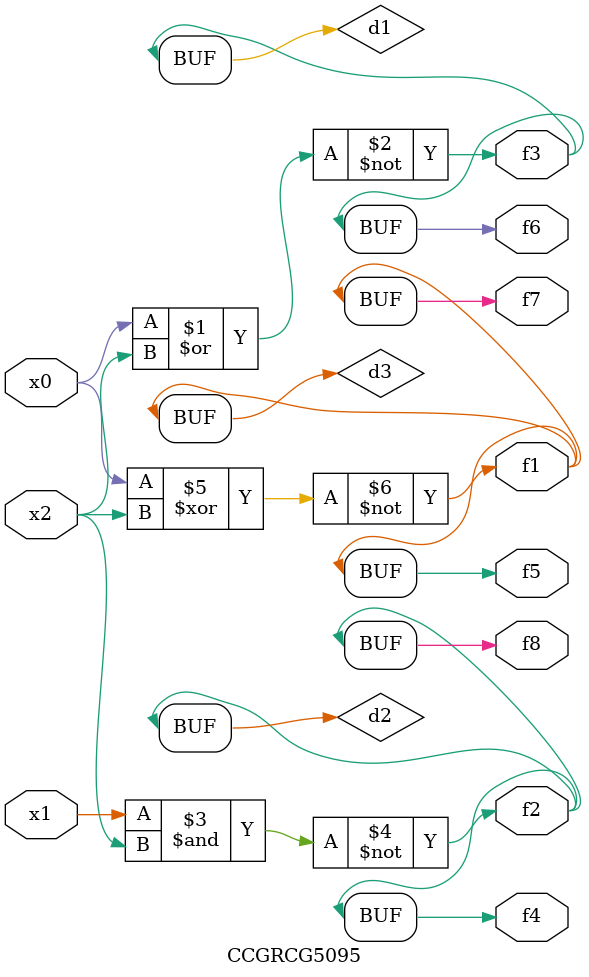
<source format=v>
module CCGRCG5095(
	input x0, x1, x2,
	output f1, f2, f3, f4, f5, f6, f7, f8
);

	wire d1, d2, d3;

	nor (d1, x0, x2);
	nand (d2, x1, x2);
	xnor (d3, x0, x2);
	assign f1 = d3;
	assign f2 = d2;
	assign f3 = d1;
	assign f4 = d2;
	assign f5 = d3;
	assign f6 = d1;
	assign f7 = d3;
	assign f8 = d2;
endmodule

</source>
